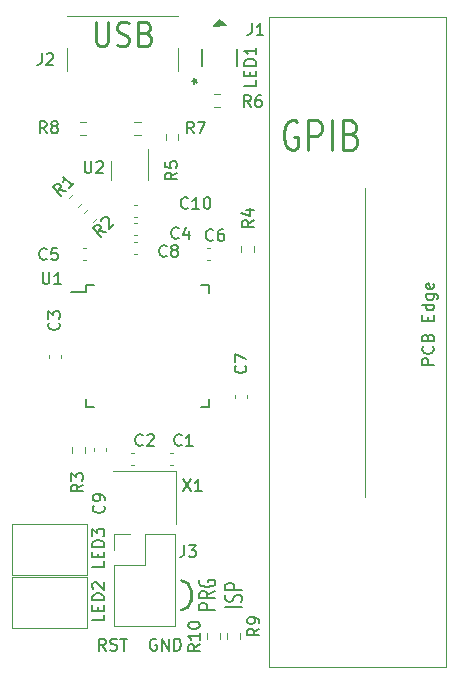
<source format=gto>
%TF.GenerationSoftware,KiCad,Pcbnew,8.0.5*%
%TF.CreationDate,2024-10-26T16:59:59+13:00*%
%TF.ProjectId,usb_gpib_v2,7573625f-6770-4696-925f-76322e6b6963,C*%
%TF.SameCoordinates,Original*%
%TF.FileFunction,Legend,Top*%
%TF.FilePolarity,Positive*%
%FSLAX46Y46*%
G04 Gerber Fmt 4.6, Leading zero omitted, Abs format (unit mm)*
G04 Created by KiCad (PCBNEW 8.0.5) date 2024-10-26 16:59:59*
%MOMM*%
%LPD*%
G01*
G04 APERTURE LIST*
%ADD10C,0.250000*%
%ADD11C,0.150000*%
%ADD12C,0.120000*%
%ADD13C,0.152400*%
G04 APERTURE END LIST*
D10*
X111861472Y-113894096D02*
G75*
G02*
X111081472Y-114674072I-779972J-4D01*
G01*
X111101472Y-112198704D02*
G75*
G02*
X111861752Y-112978704I-19972J-779996D01*
G01*
X111861728Y-112978704D02*
X111861472Y-113894096D01*
X120872619Y-73337595D02*
X120682143Y-73218547D01*
X120682143Y-73218547D02*
X120396429Y-73218547D01*
X120396429Y-73218547D02*
X120110714Y-73337595D01*
X120110714Y-73337595D02*
X119920238Y-73575690D01*
X119920238Y-73575690D02*
X119825000Y-73813785D01*
X119825000Y-73813785D02*
X119729762Y-74289976D01*
X119729762Y-74289976D02*
X119729762Y-74647119D01*
X119729762Y-74647119D02*
X119825000Y-75123309D01*
X119825000Y-75123309D02*
X119920238Y-75361404D01*
X119920238Y-75361404D02*
X120110714Y-75599500D01*
X120110714Y-75599500D02*
X120396429Y-75718547D01*
X120396429Y-75718547D02*
X120586905Y-75718547D01*
X120586905Y-75718547D02*
X120872619Y-75599500D01*
X120872619Y-75599500D02*
X120967857Y-75480452D01*
X120967857Y-75480452D02*
X120967857Y-74647119D01*
X120967857Y-74647119D02*
X120586905Y-74647119D01*
X121825000Y-75718547D02*
X121825000Y-73218547D01*
X121825000Y-73218547D02*
X122586905Y-73218547D01*
X122586905Y-73218547D02*
X122777381Y-73337595D01*
X122777381Y-73337595D02*
X122872619Y-73456642D01*
X122872619Y-73456642D02*
X122967857Y-73694738D01*
X122967857Y-73694738D02*
X122967857Y-74051880D01*
X122967857Y-74051880D02*
X122872619Y-74289976D01*
X122872619Y-74289976D02*
X122777381Y-74409023D01*
X122777381Y-74409023D02*
X122586905Y-74528071D01*
X122586905Y-74528071D02*
X121825000Y-74528071D01*
X123825000Y-75718547D02*
X123825000Y-73218547D01*
X125444048Y-74409023D02*
X125729762Y-74528071D01*
X125729762Y-74528071D02*
X125825000Y-74647119D01*
X125825000Y-74647119D02*
X125920238Y-74885214D01*
X125920238Y-74885214D02*
X125920238Y-75242357D01*
X125920238Y-75242357D02*
X125825000Y-75480452D01*
X125825000Y-75480452D02*
X125729762Y-75599500D01*
X125729762Y-75599500D02*
X125539286Y-75718547D01*
X125539286Y-75718547D02*
X124777381Y-75718547D01*
X124777381Y-75718547D02*
X124777381Y-73218547D01*
X124777381Y-73218547D02*
X125444048Y-73218547D01*
X125444048Y-73218547D02*
X125634524Y-73337595D01*
X125634524Y-73337595D02*
X125729762Y-73456642D01*
X125729762Y-73456642D02*
X125825000Y-73694738D01*
X125825000Y-73694738D02*
X125825000Y-73932833D01*
X125825000Y-73932833D02*
X125729762Y-74170928D01*
X125729762Y-74170928D02*
X125634524Y-74289976D01*
X125634524Y-74289976D02*
X125444048Y-74409023D01*
X125444048Y-74409023D02*
X124777381Y-74409023D01*
X103828571Y-64912238D02*
X103828571Y-66531285D01*
X103828571Y-66531285D02*
X103914285Y-66721761D01*
X103914285Y-66721761D02*
X104000000Y-66817000D01*
X104000000Y-66817000D02*
X104171428Y-66912238D01*
X104171428Y-66912238D02*
X104514285Y-66912238D01*
X104514285Y-66912238D02*
X104685714Y-66817000D01*
X104685714Y-66817000D02*
X104771428Y-66721761D01*
X104771428Y-66721761D02*
X104857142Y-66531285D01*
X104857142Y-66531285D02*
X104857142Y-64912238D01*
X105628571Y-66817000D02*
X105885714Y-66912238D01*
X105885714Y-66912238D02*
X106314285Y-66912238D01*
X106314285Y-66912238D02*
X106485714Y-66817000D01*
X106485714Y-66817000D02*
X106571428Y-66721761D01*
X106571428Y-66721761D02*
X106657142Y-66531285D01*
X106657142Y-66531285D02*
X106657142Y-66340809D01*
X106657142Y-66340809D02*
X106571428Y-66150333D01*
X106571428Y-66150333D02*
X106485714Y-66055095D01*
X106485714Y-66055095D02*
X106314285Y-65959857D01*
X106314285Y-65959857D02*
X105971428Y-65864619D01*
X105971428Y-65864619D02*
X105799999Y-65769380D01*
X105799999Y-65769380D02*
X105714285Y-65674142D01*
X105714285Y-65674142D02*
X105628571Y-65483666D01*
X105628571Y-65483666D02*
X105628571Y-65293190D01*
X105628571Y-65293190D02*
X105714285Y-65102714D01*
X105714285Y-65102714D02*
X105799999Y-65007476D01*
X105799999Y-65007476D02*
X105971428Y-64912238D01*
X105971428Y-64912238D02*
X106399999Y-64912238D01*
X106399999Y-64912238D02*
X106657142Y-65007476D01*
X108028571Y-65864619D02*
X108285714Y-65959857D01*
X108285714Y-65959857D02*
X108371428Y-66055095D01*
X108371428Y-66055095D02*
X108457142Y-66245571D01*
X108457142Y-66245571D02*
X108457142Y-66531285D01*
X108457142Y-66531285D02*
X108371428Y-66721761D01*
X108371428Y-66721761D02*
X108285714Y-66817000D01*
X108285714Y-66817000D02*
X108114285Y-66912238D01*
X108114285Y-66912238D02*
X107428571Y-66912238D01*
X107428571Y-66912238D02*
X107428571Y-64912238D01*
X107428571Y-64912238D02*
X108028571Y-64912238D01*
X108028571Y-64912238D02*
X108200000Y-65007476D01*
X108200000Y-65007476D02*
X108285714Y-65102714D01*
X108285714Y-65102714D02*
X108371428Y-65293190D01*
X108371428Y-65293190D02*
X108371428Y-65483666D01*
X108371428Y-65483666D02*
X108285714Y-65674142D01*
X108285714Y-65674142D02*
X108200000Y-65769380D01*
X108200000Y-65769380D02*
X108028571Y-65864619D01*
X108028571Y-65864619D02*
X107428571Y-65864619D01*
D11*
X104667207Y-118106819D02*
X104333874Y-117630628D01*
X104095779Y-118106819D02*
X104095779Y-117106819D01*
X104095779Y-117106819D02*
X104476731Y-117106819D01*
X104476731Y-117106819D02*
X104571969Y-117154438D01*
X104571969Y-117154438D02*
X104619588Y-117202057D01*
X104619588Y-117202057D02*
X104667207Y-117297295D01*
X104667207Y-117297295D02*
X104667207Y-117440152D01*
X104667207Y-117440152D02*
X104619588Y-117535390D01*
X104619588Y-117535390D02*
X104571969Y-117583009D01*
X104571969Y-117583009D02*
X104476731Y-117630628D01*
X104476731Y-117630628D02*
X104095779Y-117630628D01*
X105048160Y-118059200D02*
X105191017Y-118106819D01*
X105191017Y-118106819D02*
X105429112Y-118106819D01*
X105429112Y-118106819D02*
X105524350Y-118059200D01*
X105524350Y-118059200D02*
X105571969Y-118011580D01*
X105571969Y-118011580D02*
X105619588Y-117916342D01*
X105619588Y-117916342D02*
X105619588Y-117821104D01*
X105619588Y-117821104D02*
X105571969Y-117725866D01*
X105571969Y-117725866D02*
X105524350Y-117678247D01*
X105524350Y-117678247D02*
X105429112Y-117630628D01*
X105429112Y-117630628D02*
X105238636Y-117583009D01*
X105238636Y-117583009D02*
X105143398Y-117535390D01*
X105143398Y-117535390D02*
X105095779Y-117487771D01*
X105095779Y-117487771D02*
X105048160Y-117392533D01*
X105048160Y-117392533D02*
X105048160Y-117297295D01*
X105048160Y-117297295D02*
X105095779Y-117202057D01*
X105095779Y-117202057D02*
X105143398Y-117154438D01*
X105143398Y-117154438D02*
X105238636Y-117106819D01*
X105238636Y-117106819D02*
X105476731Y-117106819D01*
X105476731Y-117106819D02*
X105619588Y-117154438D01*
X105905303Y-117106819D02*
X106476731Y-117106819D01*
X106191017Y-118106819D02*
X106191017Y-117106819D01*
X108937588Y-117154438D02*
X108842350Y-117106819D01*
X108842350Y-117106819D02*
X108699493Y-117106819D01*
X108699493Y-117106819D02*
X108556636Y-117154438D01*
X108556636Y-117154438D02*
X108461398Y-117249676D01*
X108461398Y-117249676D02*
X108413779Y-117344914D01*
X108413779Y-117344914D02*
X108366160Y-117535390D01*
X108366160Y-117535390D02*
X108366160Y-117678247D01*
X108366160Y-117678247D02*
X108413779Y-117868723D01*
X108413779Y-117868723D02*
X108461398Y-117963961D01*
X108461398Y-117963961D02*
X108556636Y-118059200D01*
X108556636Y-118059200D02*
X108699493Y-118106819D01*
X108699493Y-118106819D02*
X108794731Y-118106819D01*
X108794731Y-118106819D02*
X108937588Y-118059200D01*
X108937588Y-118059200D02*
X108985207Y-118011580D01*
X108985207Y-118011580D02*
X108985207Y-117678247D01*
X108985207Y-117678247D02*
X108794731Y-117678247D01*
X109413779Y-118106819D02*
X109413779Y-117106819D01*
X109413779Y-117106819D02*
X109985207Y-118106819D01*
X109985207Y-118106819D02*
X109985207Y-117106819D01*
X110461398Y-118106819D02*
X110461398Y-117106819D01*
X110461398Y-117106819D02*
X110699493Y-117106819D01*
X110699493Y-117106819D02*
X110842350Y-117154438D01*
X110842350Y-117154438D02*
X110937588Y-117249676D01*
X110937588Y-117249676D02*
X110985207Y-117344914D01*
X110985207Y-117344914D02*
X111032826Y-117535390D01*
X111032826Y-117535390D02*
X111032826Y-117678247D01*
X111032826Y-117678247D02*
X110985207Y-117868723D01*
X110985207Y-117868723D02*
X110937588Y-117963961D01*
X110937588Y-117963961D02*
X110842350Y-118059200D01*
X110842350Y-118059200D02*
X110699493Y-118106819D01*
X110699493Y-118106819D02*
X110461398Y-118106819D01*
X113939905Y-114672904D02*
X112539905Y-114672904D01*
X112539905Y-114672904D02*
X112539905Y-114291952D01*
X112539905Y-114291952D02*
X112606572Y-114196714D01*
X112606572Y-114196714D02*
X112673239Y-114149095D01*
X112673239Y-114149095D02*
X112806572Y-114101476D01*
X112806572Y-114101476D02*
X113006572Y-114101476D01*
X113006572Y-114101476D02*
X113139905Y-114149095D01*
X113139905Y-114149095D02*
X113206572Y-114196714D01*
X113206572Y-114196714D02*
X113273239Y-114291952D01*
X113273239Y-114291952D02*
X113273239Y-114672904D01*
X113939905Y-113101476D02*
X113273239Y-113434809D01*
X113939905Y-113672904D02*
X112539905Y-113672904D01*
X112539905Y-113672904D02*
X112539905Y-113291952D01*
X112539905Y-113291952D02*
X112606572Y-113196714D01*
X112606572Y-113196714D02*
X112673239Y-113149095D01*
X112673239Y-113149095D02*
X112806572Y-113101476D01*
X112806572Y-113101476D02*
X113006572Y-113101476D01*
X113006572Y-113101476D02*
X113139905Y-113149095D01*
X113139905Y-113149095D02*
X113206572Y-113196714D01*
X113206572Y-113196714D02*
X113273239Y-113291952D01*
X113273239Y-113291952D02*
X113273239Y-113672904D01*
X112606572Y-112149095D02*
X112539905Y-112244333D01*
X112539905Y-112244333D02*
X112539905Y-112387190D01*
X112539905Y-112387190D02*
X112606572Y-112530047D01*
X112606572Y-112530047D02*
X112739905Y-112625285D01*
X112739905Y-112625285D02*
X112873239Y-112672904D01*
X112873239Y-112672904D02*
X113139905Y-112720523D01*
X113139905Y-112720523D02*
X113339905Y-112720523D01*
X113339905Y-112720523D02*
X113606572Y-112672904D01*
X113606572Y-112672904D02*
X113739905Y-112625285D01*
X113739905Y-112625285D02*
X113873239Y-112530047D01*
X113873239Y-112530047D02*
X113939905Y-112387190D01*
X113939905Y-112387190D02*
X113939905Y-112291952D01*
X113939905Y-112291952D02*
X113873239Y-112149095D01*
X113873239Y-112149095D02*
X113806572Y-112101476D01*
X113806572Y-112101476D02*
X113339905Y-112101476D01*
X113339905Y-112101476D02*
X113339905Y-112291952D01*
X116193827Y-114387189D02*
X114793827Y-114387189D01*
X116127161Y-113958618D02*
X116193827Y-113815761D01*
X116193827Y-113815761D02*
X116193827Y-113577666D01*
X116193827Y-113577666D02*
X116127161Y-113482428D01*
X116127161Y-113482428D02*
X116060494Y-113434809D01*
X116060494Y-113434809D02*
X115927161Y-113387190D01*
X115927161Y-113387190D02*
X115793827Y-113387190D01*
X115793827Y-113387190D02*
X115660494Y-113434809D01*
X115660494Y-113434809D02*
X115593827Y-113482428D01*
X115593827Y-113482428D02*
X115527161Y-113577666D01*
X115527161Y-113577666D02*
X115460494Y-113768142D01*
X115460494Y-113768142D02*
X115393827Y-113863380D01*
X115393827Y-113863380D02*
X115327161Y-113910999D01*
X115327161Y-113910999D02*
X115193827Y-113958618D01*
X115193827Y-113958618D02*
X115060494Y-113958618D01*
X115060494Y-113958618D02*
X114927161Y-113910999D01*
X114927161Y-113910999D02*
X114860494Y-113863380D01*
X114860494Y-113863380D02*
X114793827Y-113768142D01*
X114793827Y-113768142D02*
X114793827Y-113530047D01*
X114793827Y-113530047D02*
X114860494Y-113387190D01*
X116193827Y-112958618D02*
X114793827Y-112958618D01*
X114793827Y-112958618D02*
X114793827Y-112577666D01*
X114793827Y-112577666D02*
X114860494Y-112482428D01*
X114860494Y-112482428D02*
X114927161Y-112434809D01*
X114927161Y-112434809D02*
X115060494Y-112387190D01*
X115060494Y-112387190D02*
X115260494Y-112387190D01*
X115260494Y-112387190D02*
X115393827Y-112434809D01*
X115393827Y-112434809D02*
X115460494Y-112482428D01*
X115460494Y-112482428D02*
X115527161Y-112577666D01*
X115527161Y-112577666D02*
X115527161Y-112958618D01*
X107783333Y-100689580D02*
X107735714Y-100737200D01*
X107735714Y-100737200D02*
X107592857Y-100784819D01*
X107592857Y-100784819D02*
X107497619Y-100784819D01*
X107497619Y-100784819D02*
X107354762Y-100737200D01*
X107354762Y-100737200D02*
X107259524Y-100641961D01*
X107259524Y-100641961D02*
X107211905Y-100546723D01*
X107211905Y-100546723D02*
X107164286Y-100356247D01*
X107164286Y-100356247D02*
X107164286Y-100213390D01*
X107164286Y-100213390D02*
X107211905Y-100022914D01*
X107211905Y-100022914D02*
X107259524Y-99927676D01*
X107259524Y-99927676D02*
X107354762Y-99832438D01*
X107354762Y-99832438D02*
X107497619Y-99784819D01*
X107497619Y-99784819D02*
X107592857Y-99784819D01*
X107592857Y-99784819D02*
X107735714Y-99832438D01*
X107735714Y-99832438D02*
X107783333Y-99880057D01*
X108164286Y-99880057D02*
X108211905Y-99832438D01*
X108211905Y-99832438D02*
X108307143Y-99784819D01*
X108307143Y-99784819D02*
X108545238Y-99784819D01*
X108545238Y-99784819D02*
X108640476Y-99832438D01*
X108640476Y-99832438D02*
X108688095Y-99880057D01*
X108688095Y-99880057D02*
X108735714Y-99975295D01*
X108735714Y-99975295D02*
X108735714Y-100070533D01*
X108735714Y-100070533D02*
X108688095Y-100213390D01*
X108688095Y-100213390D02*
X108116667Y-100784819D01*
X108116667Y-100784819D02*
X108735714Y-100784819D01*
X112621219Y-117584457D02*
X112145028Y-117917790D01*
X112621219Y-118155885D02*
X111621219Y-118155885D01*
X111621219Y-118155885D02*
X111621219Y-117774933D01*
X111621219Y-117774933D02*
X111668838Y-117679695D01*
X111668838Y-117679695D02*
X111716457Y-117632076D01*
X111716457Y-117632076D02*
X111811695Y-117584457D01*
X111811695Y-117584457D02*
X111954552Y-117584457D01*
X111954552Y-117584457D02*
X112049790Y-117632076D01*
X112049790Y-117632076D02*
X112097409Y-117679695D01*
X112097409Y-117679695D02*
X112145028Y-117774933D01*
X112145028Y-117774933D02*
X112145028Y-118155885D01*
X112621219Y-116632076D02*
X112621219Y-117203504D01*
X112621219Y-116917790D02*
X111621219Y-116917790D01*
X111621219Y-116917790D02*
X111764076Y-117013028D01*
X111764076Y-117013028D02*
X111859314Y-117108266D01*
X111859314Y-117108266D02*
X111906933Y-117203504D01*
X111621219Y-116013028D02*
X111621219Y-115917790D01*
X111621219Y-115917790D02*
X111668838Y-115822552D01*
X111668838Y-115822552D02*
X111716457Y-115774933D01*
X111716457Y-115774933D02*
X111811695Y-115727314D01*
X111811695Y-115727314D02*
X112002171Y-115679695D01*
X112002171Y-115679695D02*
X112240266Y-115679695D01*
X112240266Y-115679695D02*
X112430742Y-115727314D01*
X112430742Y-115727314D02*
X112525980Y-115774933D01*
X112525980Y-115774933D02*
X112573600Y-115822552D01*
X112573600Y-115822552D02*
X112621219Y-115917790D01*
X112621219Y-115917790D02*
X112621219Y-116013028D01*
X112621219Y-116013028D02*
X112573600Y-116108266D01*
X112573600Y-116108266D02*
X112525980Y-116155885D01*
X112525980Y-116155885D02*
X112430742Y-116203504D01*
X112430742Y-116203504D02*
X112240266Y-116251123D01*
X112240266Y-116251123D02*
X112002171Y-116251123D01*
X112002171Y-116251123D02*
X111811695Y-116203504D01*
X111811695Y-116203504D02*
X111716457Y-116155885D01*
X111716457Y-116155885D02*
X111668838Y-116108266D01*
X111668838Y-116108266D02*
X111621219Y-116013028D01*
X113758333Y-83334580D02*
X113710714Y-83382200D01*
X113710714Y-83382200D02*
X113567857Y-83429819D01*
X113567857Y-83429819D02*
X113472619Y-83429819D01*
X113472619Y-83429819D02*
X113329762Y-83382200D01*
X113329762Y-83382200D02*
X113234524Y-83286961D01*
X113234524Y-83286961D02*
X113186905Y-83191723D01*
X113186905Y-83191723D02*
X113139286Y-83001247D01*
X113139286Y-83001247D02*
X113139286Y-82858390D01*
X113139286Y-82858390D02*
X113186905Y-82667914D01*
X113186905Y-82667914D02*
X113234524Y-82572676D01*
X113234524Y-82572676D02*
X113329762Y-82477438D01*
X113329762Y-82477438D02*
X113472619Y-82429819D01*
X113472619Y-82429819D02*
X113567857Y-82429819D01*
X113567857Y-82429819D02*
X113710714Y-82477438D01*
X113710714Y-82477438D02*
X113758333Y-82525057D01*
X114615476Y-82429819D02*
X114425000Y-82429819D01*
X114425000Y-82429819D02*
X114329762Y-82477438D01*
X114329762Y-82477438D02*
X114282143Y-82525057D01*
X114282143Y-82525057D02*
X114186905Y-82667914D01*
X114186905Y-82667914D02*
X114139286Y-82858390D01*
X114139286Y-82858390D02*
X114139286Y-83239342D01*
X114139286Y-83239342D02*
X114186905Y-83334580D01*
X114186905Y-83334580D02*
X114234524Y-83382200D01*
X114234524Y-83382200D02*
X114329762Y-83429819D01*
X114329762Y-83429819D02*
X114520238Y-83429819D01*
X114520238Y-83429819D02*
X114615476Y-83382200D01*
X114615476Y-83382200D02*
X114663095Y-83334580D01*
X114663095Y-83334580D02*
X114710714Y-83239342D01*
X114710714Y-83239342D02*
X114710714Y-83001247D01*
X114710714Y-83001247D02*
X114663095Y-82906009D01*
X114663095Y-82906009D02*
X114615476Y-82858390D01*
X114615476Y-82858390D02*
X114520238Y-82810771D01*
X114520238Y-82810771D02*
X114329762Y-82810771D01*
X114329762Y-82810771D02*
X114234524Y-82858390D01*
X114234524Y-82858390D02*
X114186905Y-82906009D01*
X114186905Y-82906009D02*
X114139286Y-83001247D01*
X112101333Y-74328819D02*
X111768000Y-73852628D01*
X111529905Y-74328819D02*
X111529905Y-73328819D01*
X111529905Y-73328819D02*
X111910857Y-73328819D01*
X111910857Y-73328819D02*
X112006095Y-73376438D01*
X112006095Y-73376438D02*
X112053714Y-73424057D01*
X112053714Y-73424057D02*
X112101333Y-73519295D01*
X112101333Y-73519295D02*
X112101333Y-73662152D01*
X112101333Y-73662152D02*
X112053714Y-73757390D01*
X112053714Y-73757390D02*
X112006095Y-73805009D01*
X112006095Y-73805009D02*
X111910857Y-73852628D01*
X111910857Y-73852628D02*
X111529905Y-73852628D01*
X112434667Y-73328819D02*
X113101333Y-73328819D01*
X113101333Y-73328819D02*
X112672762Y-74328819D01*
X99655333Y-74303819D02*
X99322000Y-73827628D01*
X99083905Y-74303819D02*
X99083905Y-73303819D01*
X99083905Y-73303819D02*
X99464857Y-73303819D01*
X99464857Y-73303819D02*
X99560095Y-73351438D01*
X99560095Y-73351438D02*
X99607714Y-73399057D01*
X99607714Y-73399057D02*
X99655333Y-73494295D01*
X99655333Y-73494295D02*
X99655333Y-73637152D01*
X99655333Y-73637152D02*
X99607714Y-73732390D01*
X99607714Y-73732390D02*
X99560095Y-73780009D01*
X99560095Y-73780009D02*
X99464857Y-73827628D01*
X99464857Y-73827628D02*
X99083905Y-73827628D01*
X100226762Y-73732390D02*
X100131524Y-73684771D01*
X100131524Y-73684771D02*
X100083905Y-73637152D01*
X100083905Y-73637152D02*
X100036286Y-73541914D01*
X100036286Y-73541914D02*
X100036286Y-73494295D01*
X100036286Y-73494295D02*
X100083905Y-73399057D01*
X100083905Y-73399057D02*
X100131524Y-73351438D01*
X100131524Y-73351438D02*
X100226762Y-73303819D01*
X100226762Y-73303819D02*
X100417238Y-73303819D01*
X100417238Y-73303819D02*
X100512476Y-73351438D01*
X100512476Y-73351438D02*
X100560095Y-73399057D01*
X100560095Y-73399057D02*
X100607714Y-73494295D01*
X100607714Y-73494295D02*
X100607714Y-73541914D01*
X100607714Y-73541914D02*
X100560095Y-73637152D01*
X100560095Y-73637152D02*
X100512476Y-73684771D01*
X100512476Y-73684771D02*
X100417238Y-73732390D01*
X100417238Y-73732390D02*
X100226762Y-73732390D01*
X100226762Y-73732390D02*
X100131524Y-73780009D01*
X100131524Y-73780009D02*
X100083905Y-73827628D01*
X100083905Y-73827628D02*
X100036286Y-73922866D01*
X100036286Y-73922866D02*
X100036286Y-74113342D01*
X100036286Y-74113342D02*
X100083905Y-74208580D01*
X100083905Y-74208580D02*
X100131524Y-74256200D01*
X100131524Y-74256200D02*
X100226762Y-74303819D01*
X100226762Y-74303819D02*
X100417238Y-74303819D01*
X100417238Y-74303819D02*
X100512476Y-74256200D01*
X100512476Y-74256200D02*
X100560095Y-74208580D01*
X100560095Y-74208580D02*
X100607714Y-74113342D01*
X100607714Y-74113342D02*
X100607714Y-73922866D01*
X100607714Y-73922866D02*
X100560095Y-73827628D01*
X100560095Y-73827628D02*
X100512476Y-73780009D01*
X100512476Y-73780009D02*
X100417238Y-73732390D01*
X117650419Y-116244666D02*
X117174228Y-116577999D01*
X117650419Y-116816094D02*
X116650419Y-116816094D01*
X116650419Y-116816094D02*
X116650419Y-116435142D01*
X116650419Y-116435142D02*
X116698038Y-116339904D01*
X116698038Y-116339904D02*
X116745657Y-116292285D01*
X116745657Y-116292285D02*
X116840895Y-116244666D01*
X116840895Y-116244666D02*
X116983752Y-116244666D01*
X116983752Y-116244666D02*
X117078990Y-116292285D01*
X117078990Y-116292285D02*
X117126609Y-116339904D01*
X117126609Y-116339904D02*
X117174228Y-116435142D01*
X117174228Y-116435142D02*
X117174228Y-116816094D01*
X117650419Y-115768475D02*
X117650419Y-115577999D01*
X117650419Y-115577999D02*
X117602800Y-115482761D01*
X117602800Y-115482761D02*
X117555180Y-115435142D01*
X117555180Y-115435142D02*
X117412323Y-115339904D01*
X117412323Y-115339904D02*
X117221847Y-115292285D01*
X117221847Y-115292285D02*
X116840895Y-115292285D01*
X116840895Y-115292285D02*
X116745657Y-115339904D01*
X116745657Y-115339904D02*
X116698038Y-115387523D01*
X116698038Y-115387523D02*
X116650419Y-115482761D01*
X116650419Y-115482761D02*
X116650419Y-115673237D01*
X116650419Y-115673237D02*
X116698038Y-115768475D01*
X116698038Y-115768475D02*
X116745657Y-115816094D01*
X116745657Y-115816094D02*
X116840895Y-115863713D01*
X116840895Y-115863713D02*
X117078990Y-115863713D01*
X117078990Y-115863713D02*
X117174228Y-115816094D01*
X117174228Y-115816094D02*
X117221847Y-115768475D01*
X117221847Y-115768475D02*
X117269466Y-115673237D01*
X117269466Y-115673237D02*
X117269466Y-115482761D01*
X117269466Y-115482761D02*
X117221847Y-115387523D01*
X117221847Y-115387523D02*
X117174228Y-115339904D01*
X117174228Y-115339904D02*
X117078990Y-115292285D01*
X99655333Y-84941580D02*
X99607714Y-84989200D01*
X99607714Y-84989200D02*
X99464857Y-85036819D01*
X99464857Y-85036819D02*
X99369619Y-85036819D01*
X99369619Y-85036819D02*
X99226762Y-84989200D01*
X99226762Y-84989200D02*
X99131524Y-84893961D01*
X99131524Y-84893961D02*
X99083905Y-84798723D01*
X99083905Y-84798723D02*
X99036286Y-84608247D01*
X99036286Y-84608247D02*
X99036286Y-84465390D01*
X99036286Y-84465390D02*
X99083905Y-84274914D01*
X99083905Y-84274914D02*
X99131524Y-84179676D01*
X99131524Y-84179676D02*
X99226762Y-84084438D01*
X99226762Y-84084438D02*
X99369619Y-84036819D01*
X99369619Y-84036819D02*
X99464857Y-84036819D01*
X99464857Y-84036819D02*
X99607714Y-84084438D01*
X99607714Y-84084438D02*
X99655333Y-84132057D01*
X100560095Y-84036819D02*
X100083905Y-84036819D01*
X100083905Y-84036819D02*
X100036286Y-84513009D01*
X100036286Y-84513009D02*
X100083905Y-84465390D01*
X100083905Y-84465390D02*
X100179143Y-84417771D01*
X100179143Y-84417771D02*
X100417238Y-84417771D01*
X100417238Y-84417771D02*
X100512476Y-84465390D01*
X100512476Y-84465390D02*
X100560095Y-84513009D01*
X100560095Y-84513009D02*
X100607714Y-84608247D01*
X100607714Y-84608247D02*
X100607714Y-84846342D01*
X100607714Y-84846342D02*
X100560095Y-84941580D01*
X100560095Y-84941580D02*
X100512476Y-84989200D01*
X100512476Y-84989200D02*
X100417238Y-85036819D01*
X100417238Y-85036819D02*
X100179143Y-85036819D01*
X100179143Y-85036819D02*
X100083905Y-84989200D01*
X100083905Y-84989200D02*
X100036286Y-84941580D01*
X101295754Y-79179456D02*
X100723335Y-79078441D01*
X100891693Y-79583517D02*
X100184587Y-78876410D01*
X100184587Y-78876410D02*
X100453961Y-78607036D01*
X100453961Y-78607036D02*
X100554976Y-78573364D01*
X100554976Y-78573364D02*
X100622319Y-78573364D01*
X100622319Y-78573364D02*
X100723335Y-78607036D01*
X100723335Y-78607036D02*
X100824350Y-78708051D01*
X100824350Y-78708051D02*
X100858022Y-78809067D01*
X100858022Y-78809067D02*
X100858022Y-78876410D01*
X100858022Y-78876410D02*
X100824350Y-78977425D01*
X100824350Y-78977425D02*
X100554976Y-79246799D01*
X101969189Y-78506021D02*
X101565128Y-78910082D01*
X101767159Y-78708051D02*
X101060052Y-78000945D01*
X101060052Y-78000945D02*
X101093724Y-78169303D01*
X101093724Y-78169303D02*
X101093724Y-78303990D01*
X101093724Y-78303990D02*
X101060052Y-78405006D01*
X99314095Y-86068819D02*
X99314095Y-86878342D01*
X99314095Y-86878342D02*
X99361714Y-86973580D01*
X99361714Y-86973580D02*
X99409333Y-87021200D01*
X99409333Y-87021200D02*
X99504571Y-87068819D01*
X99504571Y-87068819D02*
X99695047Y-87068819D01*
X99695047Y-87068819D02*
X99790285Y-87021200D01*
X99790285Y-87021200D02*
X99837904Y-86973580D01*
X99837904Y-86973580D02*
X99885523Y-86878342D01*
X99885523Y-86878342D02*
X99885523Y-86068819D01*
X100885523Y-87068819D02*
X100314095Y-87068819D01*
X100599809Y-87068819D02*
X100599809Y-86068819D01*
X100599809Y-86068819D02*
X100504571Y-86211676D01*
X100504571Y-86211676D02*
X100409333Y-86306914D01*
X100409333Y-86306914D02*
X100314095Y-86354533D01*
X104526819Y-115085047D02*
X104526819Y-115561237D01*
X104526819Y-115561237D02*
X103526819Y-115561237D01*
X104003009Y-114751713D02*
X104003009Y-114418380D01*
X104526819Y-114275523D02*
X104526819Y-114751713D01*
X104526819Y-114751713D02*
X103526819Y-114751713D01*
X103526819Y-114751713D02*
X103526819Y-114275523D01*
X104526819Y-113846951D02*
X103526819Y-113846951D01*
X103526819Y-113846951D02*
X103526819Y-113608856D01*
X103526819Y-113608856D02*
X103574438Y-113465999D01*
X103574438Y-113465999D02*
X103669676Y-113370761D01*
X103669676Y-113370761D02*
X103764914Y-113323142D01*
X103764914Y-113323142D02*
X103955390Y-113275523D01*
X103955390Y-113275523D02*
X104098247Y-113275523D01*
X104098247Y-113275523D02*
X104288723Y-113323142D01*
X104288723Y-113323142D02*
X104383961Y-113370761D01*
X104383961Y-113370761D02*
X104479200Y-113465999D01*
X104479200Y-113465999D02*
X104526819Y-113608856D01*
X104526819Y-113608856D02*
X104526819Y-113846951D01*
X103622057Y-112894570D02*
X103574438Y-112846951D01*
X103574438Y-112846951D02*
X103526819Y-112751713D01*
X103526819Y-112751713D02*
X103526819Y-112513618D01*
X103526819Y-112513618D02*
X103574438Y-112418380D01*
X103574438Y-112418380D02*
X103622057Y-112370761D01*
X103622057Y-112370761D02*
X103717295Y-112323142D01*
X103717295Y-112323142D02*
X103812533Y-112323142D01*
X103812533Y-112323142D02*
X103955390Y-112370761D01*
X103955390Y-112370761D02*
X104526819Y-112942189D01*
X104526819Y-112942189D02*
X104526819Y-112323142D01*
X110831333Y-83163580D02*
X110783714Y-83211200D01*
X110783714Y-83211200D02*
X110640857Y-83258819D01*
X110640857Y-83258819D02*
X110545619Y-83258819D01*
X110545619Y-83258819D02*
X110402762Y-83211200D01*
X110402762Y-83211200D02*
X110307524Y-83115961D01*
X110307524Y-83115961D02*
X110259905Y-83020723D01*
X110259905Y-83020723D02*
X110212286Y-82830247D01*
X110212286Y-82830247D02*
X110212286Y-82687390D01*
X110212286Y-82687390D02*
X110259905Y-82496914D01*
X110259905Y-82496914D02*
X110307524Y-82401676D01*
X110307524Y-82401676D02*
X110402762Y-82306438D01*
X110402762Y-82306438D02*
X110545619Y-82258819D01*
X110545619Y-82258819D02*
X110640857Y-82258819D01*
X110640857Y-82258819D02*
X110783714Y-82306438D01*
X110783714Y-82306438D02*
X110831333Y-82354057D01*
X111688476Y-82592152D02*
X111688476Y-83258819D01*
X111450381Y-82211200D02*
X111212286Y-82925485D01*
X111212286Y-82925485D02*
X111831333Y-82925485D01*
X104671754Y-82654456D02*
X104099335Y-82553441D01*
X104267693Y-83058517D02*
X103560587Y-82351410D01*
X103560587Y-82351410D02*
X103829961Y-82082036D01*
X103829961Y-82082036D02*
X103930976Y-82048364D01*
X103930976Y-82048364D02*
X103998319Y-82048364D01*
X103998319Y-82048364D02*
X104099335Y-82082036D01*
X104099335Y-82082036D02*
X104200350Y-82183051D01*
X104200350Y-82183051D02*
X104234022Y-82284067D01*
X104234022Y-82284067D02*
X104234022Y-82351410D01*
X104234022Y-82351410D02*
X104200350Y-82452425D01*
X104200350Y-82452425D02*
X103930976Y-82721799D01*
X104301365Y-81745319D02*
X104301365Y-81677975D01*
X104301365Y-81677975D02*
X104335037Y-81576960D01*
X104335037Y-81576960D02*
X104503396Y-81408601D01*
X104503396Y-81408601D02*
X104604411Y-81374929D01*
X104604411Y-81374929D02*
X104671754Y-81374929D01*
X104671754Y-81374929D02*
X104772770Y-81408601D01*
X104772770Y-81408601D02*
X104840113Y-81475945D01*
X104840113Y-81475945D02*
X104907457Y-81610632D01*
X104907457Y-81610632D02*
X104907457Y-82418754D01*
X104907457Y-82418754D02*
X105345189Y-81981021D01*
X109815333Y-84687580D02*
X109767714Y-84735200D01*
X109767714Y-84735200D02*
X109624857Y-84782819D01*
X109624857Y-84782819D02*
X109529619Y-84782819D01*
X109529619Y-84782819D02*
X109386762Y-84735200D01*
X109386762Y-84735200D02*
X109291524Y-84639961D01*
X109291524Y-84639961D02*
X109243905Y-84544723D01*
X109243905Y-84544723D02*
X109196286Y-84354247D01*
X109196286Y-84354247D02*
X109196286Y-84211390D01*
X109196286Y-84211390D02*
X109243905Y-84020914D01*
X109243905Y-84020914D02*
X109291524Y-83925676D01*
X109291524Y-83925676D02*
X109386762Y-83830438D01*
X109386762Y-83830438D02*
X109529619Y-83782819D01*
X109529619Y-83782819D02*
X109624857Y-83782819D01*
X109624857Y-83782819D02*
X109767714Y-83830438D01*
X109767714Y-83830438D02*
X109815333Y-83878057D01*
X110386762Y-84211390D02*
X110291524Y-84163771D01*
X110291524Y-84163771D02*
X110243905Y-84116152D01*
X110243905Y-84116152D02*
X110196286Y-84020914D01*
X110196286Y-84020914D02*
X110196286Y-83973295D01*
X110196286Y-83973295D02*
X110243905Y-83878057D01*
X110243905Y-83878057D02*
X110291524Y-83830438D01*
X110291524Y-83830438D02*
X110386762Y-83782819D01*
X110386762Y-83782819D02*
X110577238Y-83782819D01*
X110577238Y-83782819D02*
X110672476Y-83830438D01*
X110672476Y-83830438D02*
X110720095Y-83878057D01*
X110720095Y-83878057D02*
X110767714Y-83973295D01*
X110767714Y-83973295D02*
X110767714Y-84020914D01*
X110767714Y-84020914D02*
X110720095Y-84116152D01*
X110720095Y-84116152D02*
X110672476Y-84163771D01*
X110672476Y-84163771D02*
X110577238Y-84211390D01*
X110577238Y-84211390D02*
X110386762Y-84211390D01*
X110386762Y-84211390D02*
X110291524Y-84259009D01*
X110291524Y-84259009D02*
X110243905Y-84306628D01*
X110243905Y-84306628D02*
X110196286Y-84401866D01*
X110196286Y-84401866D02*
X110196286Y-84592342D01*
X110196286Y-84592342D02*
X110243905Y-84687580D01*
X110243905Y-84687580D02*
X110291524Y-84735200D01*
X110291524Y-84735200D02*
X110386762Y-84782819D01*
X110386762Y-84782819D02*
X110577238Y-84782819D01*
X110577238Y-84782819D02*
X110672476Y-84735200D01*
X110672476Y-84735200D02*
X110720095Y-84687580D01*
X110720095Y-84687580D02*
X110767714Y-84592342D01*
X110767714Y-84592342D02*
X110767714Y-84401866D01*
X110767714Y-84401866D02*
X110720095Y-84306628D01*
X110720095Y-84306628D02*
X110672476Y-84259009D01*
X110672476Y-84259009D02*
X110577238Y-84211390D01*
X116933333Y-72079819D02*
X116600000Y-71603628D01*
X116361905Y-72079819D02*
X116361905Y-71079819D01*
X116361905Y-71079819D02*
X116742857Y-71079819D01*
X116742857Y-71079819D02*
X116838095Y-71127438D01*
X116838095Y-71127438D02*
X116885714Y-71175057D01*
X116885714Y-71175057D02*
X116933333Y-71270295D01*
X116933333Y-71270295D02*
X116933333Y-71413152D01*
X116933333Y-71413152D02*
X116885714Y-71508390D01*
X116885714Y-71508390D02*
X116838095Y-71556009D01*
X116838095Y-71556009D02*
X116742857Y-71603628D01*
X116742857Y-71603628D02*
X116361905Y-71603628D01*
X117790476Y-71079819D02*
X117600000Y-71079819D01*
X117600000Y-71079819D02*
X117504762Y-71127438D01*
X117504762Y-71127438D02*
X117457143Y-71175057D01*
X117457143Y-71175057D02*
X117361905Y-71317914D01*
X117361905Y-71317914D02*
X117314286Y-71508390D01*
X117314286Y-71508390D02*
X117314286Y-71889342D01*
X117314286Y-71889342D02*
X117361905Y-71984580D01*
X117361905Y-71984580D02*
X117409524Y-72032200D01*
X117409524Y-72032200D02*
X117504762Y-72079819D01*
X117504762Y-72079819D02*
X117695238Y-72079819D01*
X117695238Y-72079819D02*
X117790476Y-72032200D01*
X117790476Y-72032200D02*
X117838095Y-71984580D01*
X117838095Y-71984580D02*
X117885714Y-71889342D01*
X117885714Y-71889342D02*
X117885714Y-71651247D01*
X117885714Y-71651247D02*
X117838095Y-71556009D01*
X117838095Y-71556009D02*
X117790476Y-71508390D01*
X117790476Y-71508390D02*
X117695238Y-71460771D01*
X117695238Y-71460771D02*
X117504762Y-71460771D01*
X117504762Y-71460771D02*
X117409524Y-71508390D01*
X117409524Y-71508390D02*
X117361905Y-71556009D01*
X117361905Y-71556009D02*
X117314286Y-71651247D01*
X99234666Y-67526819D02*
X99234666Y-68241104D01*
X99234666Y-68241104D02*
X99187047Y-68383961D01*
X99187047Y-68383961D02*
X99091809Y-68479200D01*
X99091809Y-68479200D02*
X98948952Y-68526819D01*
X98948952Y-68526819D02*
X98853714Y-68526819D01*
X99663238Y-67622057D02*
X99710857Y-67574438D01*
X99710857Y-67574438D02*
X99806095Y-67526819D01*
X99806095Y-67526819D02*
X100044190Y-67526819D01*
X100044190Y-67526819D02*
X100139428Y-67574438D01*
X100139428Y-67574438D02*
X100187047Y-67622057D01*
X100187047Y-67622057D02*
X100234666Y-67717295D01*
X100234666Y-67717295D02*
X100234666Y-67812533D01*
X100234666Y-67812533D02*
X100187047Y-67955390D01*
X100187047Y-67955390D02*
X99615619Y-68526819D01*
X99615619Y-68526819D02*
X100234666Y-68526819D01*
X104526819Y-110559047D02*
X104526819Y-111035237D01*
X104526819Y-111035237D02*
X103526819Y-111035237D01*
X104003009Y-110225713D02*
X104003009Y-109892380D01*
X104526819Y-109749523D02*
X104526819Y-110225713D01*
X104526819Y-110225713D02*
X103526819Y-110225713D01*
X103526819Y-110225713D02*
X103526819Y-109749523D01*
X104526819Y-109320951D02*
X103526819Y-109320951D01*
X103526819Y-109320951D02*
X103526819Y-109082856D01*
X103526819Y-109082856D02*
X103574438Y-108939999D01*
X103574438Y-108939999D02*
X103669676Y-108844761D01*
X103669676Y-108844761D02*
X103764914Y-108797142D01*
X103764914Y-108797142D02*
X103955390Y-108749523D01*
X103955390Y-108749523D02*
X104098247Y-108749523D01*
X104098247Y-108749523D02*
X104288723Y-108797142D01*
X104288723Y-108797142D02*
X104383961Y-108844761D01*
X104383961Y-108844761D02*
X104479200Y-108939999D01*
X104479200Y-108939999D02*
X104526819Y-109082856D01*
X104526819Y-109082856D02*
X104526819Y-109320951D01*
X103526819Y-108416189D02*
X103526819Y-107797142D01*
X103526819Y-107797142D02*
X103907771Y-108130475D01*
X103907771Y-108130475D02*
X103907771Y-107987618D01*
X103907771Y-107987618D02*
X103955390Y-107892380D01*
X103955390Y-107892380D02*
X104003009Y-107844761D01*
X104003009Y-107844761D02*
X104098247Y-107797142D01*
X104098247Y-107797142D02*
X104336342Y-107797142D01*
X104336342Y-107797142D02*
X104431580Y-107844761D01*
X104431580Y-107844761D02*
X104479200Y-107892380D01*
X104479200Y-107892380D02*
X104526819Y-107987618D01*
X104526819Y-107987618D02*
X104526819Y-108273332D01*
X104526819Y-108273332D02*
X104479200Y-108368570D01*
X104479200Y-108368570D02*
X104431580Y-108416189D01*
X117014666Y-64986819D02*
X117014666Y-65701104D01*
X117014666Y-65701104D02*
X116967047Y-65843961D01*
X116967047Y-65843961D02*
X116871809Y-65939200D01*
X116871809Y-65939200D02*
X116728952Y-65986819D01*
X116728952Y-65986819D02*
X116633714Y-65986819D01*
X118014666Y-65986819D02*
X117443238Y-65986819D01*
X117728952Y-65986819D02*
X117728952Y-64986819D01*
X117728952Y-64986819D02*
X117633714Y-65129676D01*
X117633714Y-65129676D02*
X117538476Y-65224914D01*
X117538476Y-65224914D02*
X117443238Y-65272533D01*
X132454819Y-93928571D02*
X131454819Y-93928571D01*
X131454819Y-93928571D02*
X131454819Y-93547619D01*
X131454819Y-93547619D02*
X131502438Y-93452381D01*
X131502438Y-93452381D02*
X131550057Y-93404762D01*
X131550057Y-93404762D02*
X131645295Y-93357143D01*
X131645295Y-93357143D02*
X131788152Y-93357143D01*
X131788152Y-93357143D02*
X131883390Y-93404762D01*
X131883390Y-93404762D02*
X131931009Y-93452381D01*
X131931009Y-93452381D02*
X131978628Y-93547619D01*
X131978628Y-93547619D02*
X131978628Y-93928571D01*
X132359580Y-92357143D02*
X132407200Y-92404762D01*
X132407200Y-92404762D02*
X132454819Y-92547619D01*
X132454819Y-92547619D02*
X132454819Y-92642857D01*
X132454819Y-92642857D02*
X132407200Y-92785714D01*
X132407200Y-92785714D02*
X132311961Y-92880952D01*
X132311961Y-92880952D02*
X132216723Y-92928571D01*
X132216723Y-92928571D02*
X132026247Y-92976190D01*
X132026247Y-92976190D02*
X131883390Y-92976190D01*
X131883390Y-92976190D02*
X131692914Y-92928571D01*
X131692914Y-92928571D02*
X131597676Y-92880952D01*
X131597676Y-92880952D02*
X131502438Y-92785714D01*
X131502438Y-92785714D02*
X131454819Y-92642857D01*
X131454819Y-92642857D02*
X131454819Y-92547619D01*
X131454819Y-92547619D02*
X131502438Y-92404762D01*
X131502438Y-92404762D02*
X131550057Y-92357143D01*
X131931009Y-91595238D02*
X131978628Y-91452381D01*
X131978628Y-91452381D02*
X132026247Y-91404762D01*
X132026247Y-91404762D02*
X132121485Y-91357143D01*
X132121485Y-91357143D02*
X132264342Y-91357143D01*
X132264342Y-91357143D02*
X132359580Y-91404762D01*
X132359580Y-91404762D02*
X132407200Y-91452381D01*
X132407200Y-91452381D02*
X132454819Y-91547619D01*
X132454819Y-91547619D02*
X132454819Y-91928571D01*
X132454819Y-91928571D02*
X131454819Y-91928571D01*
X131454819Y-91928571D02*
X131454819Y-91595238D01*
X131454819Y-91595238D02*
X131502438Y-91500000D01*
X131502438Y-91500000D02*
X131550057Y-91452381D01*
X131550057Y-91452381D02*
X131645295Y-91404762D01*
X131645295Y-91404762D02*
X131740533Y-91404762D01*
X131740533Y-91404762D02*
X131835771Y-91452381D01*
X131835771Y-91452381D02*
X131883390Y-91500000D01*
X131883390Y-91500000D02*
X131931009Y-91595238D01*
X131931009Y-91595238D02*
X131931009Y-91928571D01*
X131931009Y-90166666D02*
X131931009Y-89833333D01*
X132454819Y-89690476D02*
X132454819Y-90166666D01*
X132454819Y-90166666D02*
X131454819Y-90166666D01*
X131454819Y-90166666D02*
X131454819Y-89690476D01*
X132454819Y-88833333D02*
X131454819Y-88833333D01*
X132407200Y-88833333D02*
X132454819Y-88928571D01*
X132454819Y-88928571D02*
X132454819Y-89119047D01*
X132454819Y-89119047D02*
X132407200Y-89214285D01*
X132407200Y-89214285D02*
X132359580Y-89261904D01*
X132359580Y-89261904D02*
X132264342Y-89309523D01*
X132264342Y-89309523D02*
X131978628Y-89309523D01*
X131978628Y-89309523D02*
X131883390Y-89261904D01*
X131883390Y-89261904D02*
X131835771Y-89214285D01*
X131835771Y-89214285D02*
X131788152Y-89119047D01*
X131788152Y-89119047D02*
X131788152Y-88928571D01*
X131788152Y-88928571D02*
X131835771Y-88833333D01*
X131788152Y-87928571D02*
X132597676Y-87928571D01*
X132597676Y-87928571D02*
X132692914Y-87976190D01*
X132692914Y-87976190D02*
X132740533Y-88023809D01*
X132740533Y-88023809D02*
X132788152Y-88119047D01*
X132788152Y-88119047D02*
X132788152Y-88261904D01*
X132788152Y-88261904D02*
X132740533Y-88357142D01*
X132407200Y-87928571D02*
X132454819Y-88023809D01*
X132454819Y-88023809D02*
X132454819Y-88214285D01*
X132454819Y-88214285D02*
X132407200Y-88309523D01*
X132407200Y-88309523D02*
X132359580Y-88357142D01*
X132359580Y-88357142D02*
X132264342Y-88404761D01*
X132264342Y-88404761D02*
X131978628Y-88404761D01*
X131978628Y-88404761D02*
X131883390Y-88357142D01*
X131883390Y-88357142D02*
X131835771Y-88309523D01*
X131835771Y-88309523D02*
X131788152Y-88214285D01*
X131788152Y-88214285D02*
X131788152Y-88023809D01*
X131788152Y-88023809D02*
X131835771Y-87928571D01*
X132407200Y-87071428D02*
X132454819Y-87166666D01*
X132454819Y-87166666D02*
X132454819Y-87357142D01*
X132454819Y-87357142D02*
X132407200Y-87452380D01*
X132407200Y-87452380D02*
X132311961Y-87499999D01*
X132311961Y-87499999D02*
X131931009Y-87499999D01*
X131931009Y-87499999D02*
X131835771Y-87452380D01*
X131835771Y-87452380D02*
X131788152Y-87357142D01*
X131788152Y-87357142D02*
X131788152Y-87166666D01*
X131788152Y-87166666D02*
X131835771Y-87071428D01*
X131835771Y-87071428D02*
X131931009Y-87023809D01*
X131931009Y-87023809D02*
X132026247Y-87023809D01*
X132026247Y-87023809D02*
X132121485Y-87499999D01*
X116477580Y-93976666D02*
X116525200Y-94024285D01*
X116525200Y-94024285D02*
X116572819Y-94167142D01*
X116572819Y-94167142D02*
X116572819Y-94262380D01*
X116572819Y-94262380D02*
X116525200Y-94405237D01*
X116525200Y-94405237D02*
X116429961Y-94500475D01*
X116429961Y-94500475D02*
X116334723Y-94548094D01*
X116334723Y-94548094D02*
X116144247Y-94595713D01*
X116144247Y-94595713D02*
X116001390Y-94595713D01*
X116001390Y-94595713D02*
X115810914Y-94548094D01*
X115810914Y-94548094D02*
X115715676Y-94500475D01*
X115715676Y-94500475D02*
X115620438Y-94405237D01*
X115620438Y-94405237D02*
X115572819Y-94262380D01*
X115572819Y-94262380D02*
X115572819Y-94167142D01*
X115572819Y-94167142D02*
X115620438Y-94024285D01*
X115620438Y-94024285D02*
X115668057Y-93976666D01*
X115572819Y-93643332D02*
X115572819Y-92976666D01*
X115572819Y-92976666D02*
X116572819Y-93405237D01*
X111085333Y-100689580D02*
X111037714Y-100737200D01*
X111037714Y-100737200D02*
X110894857Y-100784819D01*
X110894857Y-100784819D02*
X110799619Y-100784819D01*
X110799619Y-100784819D02*
X110656762Y-100737200D01*
X110656762Y-100737200D02*
X110561524Y-100641961D01*
X110561524Y-100641961D02*
X110513905Y-100546723D01*
X110513905Y-100546723D02*
X110466286Y-100356247D01*
X110466286Y-100356247D02*
X110466286Y-100213390D01*
X110466286Y-100213390D02*
X110513905Y-100022914D01*
X110513905Y-100022914D02*
X110561524Y-99927676D01*
X110561524Y-99927676D02*
X110656762Y-99832438D01*
X110656762Y-99832438D02*
X110799619Y-99784819D01*
X110799619Y-99784819D02*
X110894857Y-99784819D01*
X110894857Y-99784819D02*
X111037714Y-99832438D01*
X111037714Y-99832438D02*
X111085333Y-99880057D01*
X112037714Y-100784819D02*
X111466286Y-100784819D01*
X111752000Y-100784819D02*
X111752000Y-99784819D01*
X111752000Y-99784819D02*
X111656762Y-99927676D01*
X111656762Y-99927676D02*
X111561524Y-100022914D01*
X111561524Y-100022914D02*
X111466286Y-100070533D01*
X117394819Y-69826047D02*
X117394819Y-70302237D01*
X117394819Y-70302237D02*
X116394819Y-70302237D01*
X116871009Y-69492713D02*
X116871009Y-69159380D01*
X117394819Y-69016523D02*
X117394819Y-69492713D01*
X117394819Y-69492713D02*
X116394819Y-69492713D01*
X116394819Y-69492713D02*
X116394819Y-69016523D01*
X117394819Y-68587951D02*
X116394819Y-68587951D01*
X116394819Y-68587951D02*
X116394819Y-68349856D01*
X116394819Y-68349856D02*
X116442438Y-68206999D01*
X116442438Y-68206999D02*
X116537676Y-68111761D01*
X116537676Y-68111761D02*
X116632914Y-68064142D01*
X116632914Y-68064142D02*
X116823390Y-68016523D01*
X116823390Y-68016523D02*
X116966247Y-68016523D01*
X116966247Y-68016523D02*
X117156723Y-68064142D01*
X117156723Y-68064142D02*
X117251961Y-68111761D01*
X117251961Y-68111761D02*
X117347200Y-68206999D01*
X117347200Y-68206999D02*
X117394819Y-68349856D01*
X117394819Y-68349856D02*
X117394819Y-68587951D01*
X117394819Y-67064142D02*
X117394819Y-67635570D01*
X117394819Y-67349856D02*
X116394819Y-67349856D01*
X116394819Y-67349856D02*
X116537676Y-67445094D01*
X116537676Y-67445094D02*
X116632914Y-67540332D01*
X116632914Y-67540332D02*
X116680533Y-67635570D01*
X111980719Y-69901999D02*
X112218814Y-69901999D01*
X112123576Y-70140094D02*
X112218814Y-69901999D01*
X112218814Y-69901999D02*
X112123576Y-69663904D01*
X112409290Y-70044856D02*
X112218814Y-69901999D01*
X112218814Y-69901999D02*
X112409290Y-69759142D01*
X111625142Y-80623580D02*
X111577523Y-80671200D01*
X111577523Y-80671200D02*
X111434666Y-80718819D01*
X111434666Y-80718819D02*
X111339428Y-80718819D01*
X111339428Y-80718819D02*
X111196571Y-80671200D01*
X111196571Y-80671200D02*
X111101333Y-80575961D01*
X111101333Y-80575961D02*
X111053714Y-80480723D01*
X111053714Y-80480723D02*
X111006095Y-80290247D01*
X111006095Y-80290247D02*
X111006095Y-80147390D01*
X111006095Y-80147390D02*
X111053714Y-79956914D01*
X111053714Y-79956914D02*
X111101333Y-79861676D01*
X111101333Y-79861676D02*
X111196571Y-79766438D01*
X111196571Y-79766438D02*
X111339428Y-79718819D01*
X111339428Y-79718819D02*
X111434666Y-79718819D01*
X111434666Y-79718819D02*
X111577523Y-79766438D01*
X111577523Y-79766438D02*
X111625142Y-79814057D01*
X112577523Y-80718819D02*
X112006095Y-80718819D01*
X112291809Y-80718819D02*
X112291809Y-79718819D01*
X112291809Y-79718819D02*
X112196571Y-79861676D01*
X112196571Y-79861676D02*
X112101333Y-79956914D01*
X112101333Y-79956914D02*
X112006095Y-80004533D01*
X113196571Y-79718819D02*
X113291809Y-79718819D01*
X113291809Y-79718819D02*
X113387047Y-79766438D01*
X113387047Y-79766438D02*
X113434666Y-79814057D01*
X113434666Y-79814057D02*
X113482285Y-79909295D01*
X113482285Y-79909295D02*
X113529904Y-80099771D01*
X113529904Y-80099771D02*
X113529904Y-80337866D01*
X113529904Y-80337866D02*
X113482285Y-80528342D01*
X113482285Y-80528342D02*
X113434666Y-80623580D01*
X113434666Y-80623580D02*
X113387047Y-80671200D01*
X113387047Y-80671200D02*
X113291809Y-80718819D01*
X113291809Y-80718819D02*
X113196571Y-80718819D01*
X113196571Y-80718819D02*
X113101333Y-80671200D01*
X113101333Y-80671200D02*
X113053714Y-80623580D01*
X113053714Y-80623580D02*
X113006095Y-80528342D01*
X113006095Y-80528342D02*
X112958476Y-80337866D01*
X112958476Y-80337866D02*
X112958476Y-80099771D01*
X112958476Y-80099771D02*
X113006095Y-79909295D01*
X113006095Y-79909295D02*
X113053714Y-79814057D01*
X113053714Y-79814057D02*
X113101333Y-79766438D01*
X113101333Y-79766438D02*
X113196571Y-79718819D01*
X102870095Y-76670819D02*
X102870095Y-77480342D01*
X102870095Y-77480342D02*
X102917714Y-77575580D01*
X102917714Y-77575580D02*
X102965333Y-77623200D01*
X102965333Y-77623200D02*
X103060571Y-77670819D01*
X103060571Y-77670819D02*
X103251047Y-77670819D01*
X103251047Y-77670819D02*
X103346285Y-77623200D01*
X103346285Y-77623200D02*
X103393904Y-77575580D01*
X103393904Y-77575580D02*
X103441523Y-77480342D01*
X103441523Y-77480342D02*
X103441523Y-76670819D01*
X103870095Y-76766057D02*
X103917714Y-76718438D01*
X103917714Y-76718438D02*
X104012952Y-76670819D01*
X104012952Y-76670819D02*
X104251047Y-76670819D01*
X104251047Y-76670819D02*
X104346285Y-76718438D01*
X104346285Y-76718438D02*
X104393904Y-76766057D01*
X104393904Y-76766057D02*
X104441523Y-76861295D01*
X104441523Y-76861295D02*
X104441523Y-76956533D01*
X104441523Y-76956533D02*
X104393904Y-77099390D01*
X104393904Y-77099390D02*
X103822476Y-77670819D01*
X103822476Y-77670819D02*
X104441523Y-77670819D01*
X111204476Y-103594819D02*
X111871142Y-104594819D01*
X111871142Y-103594819D02*
X111204476Y-104594819D01*
X112775904Y-104594819D02*
X112204476Y-104594819D01*
X112490190Y-104594819D02*
X112490190Y-103594819D01*
X112490190Y-103594819D02*
X112394952Y-103737676D01*
X112394952Y-103737676D02*
X112299714Y-103832914D01*
X112299714Y-103832914D02*
X112204476Y-103880533D01*
X104474580Y-105830666D02*
X104522200Y-105878285D01*
X104522200Y-105878285D02*
X104569819Y-106021142D01*
X104569819Y-106021142D02*
X104569819Y-106116380D01*
X104569819Y-106116380D02*
X104522200Y-106259237D01*
X104522200Y-106259237D02*
X104426961Y-106354475D01*
X104426961Y-106354475D02*
X104331723Y-106402094D01*
X104331723Y-106402094D02*
X104141247Y-106449713D01*
X104141247Y-106449713D02*
X103998390Y-106449713D01*
X103998390Y-106449713D02*
X103807914Y-106402094D01*
X103807914Y-106402094D02*
X103712676Y-106354475D01*
X103712676Y-106354475D02*
X103617438Y-106259237D01*
X103617438Y-106259237D02*
X103569819Y-106116380D01*
X103569819Y-106116380D02*
X103569819Y-106021142D01*
X103569819Y-106021142D02*
X103617438Y-105878285D01*
X103617438Y-105878285D02*
X103665057Y-105830666D01*
X104569819Y-105354475D02*
X104569819Y-105163999D01*
X104569819Y-105163999D02*
X104522200Y-105068761D01*
X104522200Y-105068761D02*
X104474580Y-105021142D01*
X104474580Y-105021142D02*
X104331723Y-104925904D01*
X104331723Y-104925904D02*
X104141247Y-104878285D01*
X104141247Y-104878285D02*
X103760295Y-104878285D01*
X103760295Y-104878285D02*
X103665057Y-104925904D01*
X103665057Y-104925904D02*
X103617438Y-104973523D01*
X103617438Y-104973523D02*
X103569819Y-105068761D01*
X103569819Y-105068761D02*
X103569819Y-105259237D01*
X103569819Y-105259237D02*
X103617438Y-105354475D01*
X103617438Y-105354475D02*
X103665057Y-105402094D01*
X103665057Y-105402094D02*
X103760295Y-105449713D01*
X103760295Y-105449713D02*
X103998390Y-105449713D01*
X103998390Y-105449713D02*
X104093628Y-105402094D01*
X104093628Y-105402094D02*
X104141247Y-105354475D01*
X104141247Y-105354475D02*
X104188866Y-105259237D01*
X104188866Y-105259237D02*
X104188866Y-105068761D01*
X104188866Y-105068761D02*
X104141247Y-104973523D01*
X104141247Y-104973523D02*
X104093628Y-104925904D01*
X104093628Y-104925904D02*
X103998390Y-104878285D01*
X111299666Y-109182819D02*
X111299666Y-109897104D01*
X111299666Y-109897104D02*
X111252047Y-110039961D01*
X111252047Y-110039961D02*
X111156809Y-110135200D01*
X111156809Y-110135200D02*
X111013952Y-110182819D01*
X111013952Y-110182819D02*
X110918714Y-110182819D01*
X111680619Y-109182819D02*
X112299666Y-109182819D01*
X112299666Y-109182819D02*
X111966333Y-109563771D01*
X111966333Y-109563771D02*
X112109190Y-109563771D01*
X112109190Y-109563771D02*
X112204428Y-109611390D01*
X112204428Y-109611390D02*
X112252047Y-109659009D01*
X112252047Y-109659009D02*
X112299666Y-109754247D01*
X112299666Y-109754247D02*
X112299666Y-109992342D01*
X112299666Y-109992342D02*
X112252047Y-110087580D01*
X112252047Y-110087580D02*
X112204428Y-110135200D01*
X112204428Y-110135200D02*
X112109190Y-110182819D01*
X112109190Y-110182819D02*
X111823476Y-110182819D01*
X111823476Y-110182819D02*
X111728238Y-110135200D01*
X111728238Y-110135200D02*
X111680619Y-110087580D01*
X102736819Y-104052666D02*
X102260628Y-104385999D01*
X102736819Y-104624094D02*
X101736819Y-104624094D01*
X101736819Y-104624094D02*
X101736819Y-104243142D01*
X101736819Y-104243142D02*
X101784438Y-104147904D01*
X101784438Y-104147904D02*
X101832057Y-104100285D01*
X101832057Y-104100285D02*
X101927295Y-104052666D01*
X101927295Y-104052666D02*
X102070152Y-104052666D01*
X102070152Y-104052666D02*
X102165390Y-104100285D01*
X102165390Y-104100285D02*
X102213009Y-104147904D01*
X102213009Y-104147904D02*
X102260628Y-104243142D01*
X102260628Y-104243142D02*
X102260628Y-104624094D01*
X101736819Y-103719332D02*
X101736819Y-103100285D01*
X101736819Y-103100285D02*
X102117771Y-103433618D01*
X102117771Y-103433618D02*
X102117771Y-103290761D01*
X102117771Y-103290761D02*
X102165390Y-103195523D01*
X102165390Y-103195523D02*
X102213009Y-103147904D01*
X102213009Y-103147904D02*
X102308247Y-103100285D01*
X102308247Y-103100285D02*
X102546342Y-103100285D01*
X102546342Y-103100285D02*
X102641580Y-103147904D01*
X102641580Y-103147904D02*
X102689200Y-103195523D01*
X102689200Y-103195523D02*
X102736819Y-103290761D01*
X102736819Y-103290761D02*
X102736819Y-103576475D01*
X102736819Y-103576475D02*
X102689200Y-103671713D01*
X102689200Y-103671713D02*
X102641580Y-103719332D01*
X100689580Y-90336666D02*
X100737200Y-90384285D01*
X100737200Y-90384285D02*
X100784819Y-90527142D01*
X100784819Y-90527142D02*
X100784819Y-90622380D01*
X100784819Y-90622380D02*
X100737200Y-90765237D01*
X100737200Y-90765237D02*
X100641961Y-90860475D01*
X100641961Y-90860475D02*
X100546723Y-90908094D01*
X100546723Y-90908094D02*
X100356247Y-90955713D01*
X100356247Y-90955713D02*
X100213390Y-90955713D01*
X100213390Y-90955713D02*
X100022914Y-90908094D01*
X100022914Y-90908094D02*
X99927676Y-90860475D01*
X99927676Y-90860475D02*
X99832438Y-90765237D01*
X99832438Y-90765237D02*
X99784819Y-90622380D01*
X99784819Y-90622380D02*
X99784819Y-90527142D01*
X99784819Y-90527142D02*
X99832438Y-90384285D01*
X99832438Y-90384285D02*
X99880057Y-90336666D01*
X99784819Y-90003332D02*
X99784819Y-89384285D01*
X99784819Y-89384285D02*
X100165771Y-89717618D01*
X100165771Y-89717618D02*
X100165771Y-89574761D01*
X100165771Y-89574761D02*
X100213390Y-89479523D01*
X100213390Y-89479523D02*
X100261009Y-89431904D01*
X100261009Y-89431904D02*
X100356247Y-89384285D01*
X100356247Y-89384285D02*
X100594342Y-89384285D01*
X100594342Y-89384285D02*
X100689580Y-89431904D01*
X100689580Y-89431904D02*
X100737200Y-89479523D01*
X100737200Y-89479523D02*
X100784819Y-89574761D01*
X100784819Y-89574761D02*
X100784819Y-89860475D01*
X100784819Y-89860475D02*
X100737200Y-89955713D01*
X100737200Y-89955713D02*
X100689580Y-90003332D01*
X117184819Y-81666666D02*
X116708628Y-81999999D01*
X117184819Y-82238094D02*
X116184819Y-82238094D01*
X116184819Y-82238094D02*
X116184819Y-81857142D01*
X116184819Y-81857142D02*
X116232438Y-81761904D01*
X116232438Y-81761904D02*
X116280057Y-81714285D01*
X116280057Y-81714285D02*
X116375295Y-81666666D01*
X116375295Y-81666666D02*
X116518152Y-81666666D01*
X116518152Y-81666666D02*
X116613390Y-81714285D01*
X116613390Y-81714285D02*
X116661009Y-81761904D01*
X116661009Y-81761904D02*
X116708628Y-81857142D01*
X116708628Y-81857142D02*
X116708628Y-82238094D01*
X116518152Y-80809523D02*
X117184819Y-80809523D01*
X116137200Y-81047618D02*
X116851485Y-81285713D01*
X116851485Y-81285713D02*
X116851485Y-80666666D01*
X110690819Y-77636666D02*
X110214628Y-77969999D01*
X110690819Y-78208094D02*
X109690819Y-78208094D01*
X109690819Y-78208094D02*
X109690819Y-77827142D01*
X109690819Y-77827142D02*
X109738438Y-77731904D01*
X109738438Y-77731904D02*
X109786057Y-77684285D01*
X109786057Y-77684285D02*
X109881295Y-77636666D01*
X109881295Y-77636666D02*
X110024152Y-77636666D01*
X110024152Y-77636666D02*
X110119390Y-77684285D01*
X110119390Y-77684285D02*
X110167009Y-77731904D01*
X110167009Y-77731904D02*
X110214628Y-77827142D01*
X110214628Y-77827142D02*
X110214628Y-78208094D01*
X109690819Y-76731904D02*
X109690819Y-77208094D01*
X109690819Y-77208094D02*
X110167009Y-77255713D01*
X110167009Y-77255713D02*
X110119390Y-77208094D01*
X110119390Y-77208094D02*
X110071771Y-77112856D01*
X110071771Y-77112856D02*
X110071771Y-76874761D01*
X110071771Y-76874761D02*
X110119390Y-76779523D01*
X110119390Y-76779523D02*
X110167009Y-76731904D01*
X110167009Y-76731904D02*
X110262247Y-76684285D01*
X110262247Y-76684285D02*
X110500342Y-76684285D01*
X110500342Y-76684285D02*
X110595580Y-76731904D01*
X110595580Y-76731904D02*
X110643200Y-76779523D01*
X110643200Y-76779523D02*
X110690819Y-76874761D01*
X110690819Y-76874761D02*
X110690819Y-77112856D01*
X110690819Y-77112856D02*
X110643200Y-77208094D01*
X110643200Y-77208094D02*
X110595580Y-77255713D01*
D12*
%TO.C,C2*%
X106787733Y-101344000D02*
X107080267Y-101344000D01*
X106787733Y-102364000D02*
X107080267Y-102364000D01*
%TO.C,R10*%
X113269500Y-116636076D02*
X113269500Y-117145524D01*
X114314500Y-116636076D02*
X114314500Y-117145524D01*
%TO.C,C6*%
X113521267Y-83990000D02*
X113228733Y-83990000D01*
X113521267Y-85010000D02*
X113228733Y-85010000D01*
%TO.C,R7*%
X107604724Y-73391500D02*
X107095276Y-73391500D01*
X107604724Y-74436500D02*
X107095276Y-74436500D01*
%TO.C,R8*%
X103029724Y-73391500D02*
X102520276Y-73391500D01*
X103029724Y-74436500D02*
X102520276Y-74436500D01*
%TO.C,R9*%
X114945900Y-116637976D02*
X114945900Y-117147424D01*
X115990900Y-116637976D02*
X115990900Y-117147424D01*
%TO.C,C5*%
X103016267Y-84040000D02*
X102723733Y-84040000D01*
X103016267Y-85060000D02*
X102723733Y-85060000D01*
%TO.C,R1*%
X101918654Y-79460420D02*
X101558420Y-79820654D01*
X102657580Y-80199346D02*
X102297346Y-80559580D01*
D11*
%TO.C,U1*%
X103029000Y-87165000D02*
X103029000Y-87740000D01*
X103029000Y-87165000D02*
X103704000Y-87165000D01*
X103029000Y-87740000D02*
X101754000Y-87740000D01*
X103029000Y-97515000D02*
X103029000Y-96840000D01*
X103029000Y-97515000D02*
X103704000Y-97515000D01*
X113379000Y-87165000D02*
X112704000Y-87165000D01*
X113379000Y-87165000D02*
X113379000Y-87840000D01*
X113379000Y-97515000D02*
X112704000Y-97515000D01*
X113379000Y-97515000D02*
X113379000Y-96840000D01*
D12*
%TO.C,LED2*%
X96692000Y-111886000D02*
X103042000Y-111886000D01*
X96692000Y-116206000D02*
X96692000Y-111886000D01*
X103042000Y-111886000D02*
X103042000Y-116206000D01*
X103042000Y-116206000D02*
X96692000Y-116206000D01*
%TO.C,C4*%
X107041733Y-81930000D02*
X107334267Y-81930000D01*
X107041733Y-82950000D02*
X107334267Y-82950000D01*
%TO.C,R2*%
X103188654Y-80730420D02*
X102828420Y-81090654D01*
X103927580Y-81469346D02*
X103567346Y-81829580D01*
%TO.C,C8*%
X107041733Y-83510000D02*
X107334267Y-83510000D01*
X107041733Y-84530000D02*
X107334267Y-84530000D01*
%TO.C,R6*%
X113820276Y-71027500D02*
X114329724Y-71027500D01*
X113820276Y-72072500D02*
X114329724Y-72072500D01*
%TO.C,J2*%
X101400000Y-69075000D02*
X101400000Y-67075000D01*
X110800000Y-64415000D02*
X101400000Y-64415000D01*
X110800000Y-69075000D02*
X110800000Y-67075000D01*
%TO.C,LED3*%
X96692000Y-107360000D02*
X103042000Y-107360000D01*
X96692000Y-111680000D02*
X96692000Y-107360000D01*
X103042000Y-107360000D02*
X103042000Y-111680000D01*
X103042000Y-111680000D02*
X96692000Y-111680000D01*
%TO.C,J1*%
X118500000Y-64500000D02*
X118500000Y-119500000D01*
X118500000Y-64500000D02*
X133500000Y-64500000D01*
X118500000Y-119500000D02*
X133500000Y-119500000D01*
X126644999Y-105080000D02*
X126645000Y-78920000D01*
X133500000Y-64500000D02*
X133500000Y-119500000D01*
%TO.C,C7*%
X115568000Y-96443733D02*
X115568000Y-96736267D01*
X116588000Y-96443733D02*
X116588000Y-96736267D01*
%TO.C,C1*%
X110382267Y-101344000D02*
X110089733Y-101344000D01*
X110382267Y-102364000D02*
X110089733Y-102364000D01*
D13*
%TO.C,LED1*%
X112806800Y-68601402D02*
X112806800Y-67138598D01*
X115753200Y-68601402D02*
X115753200Y-67138598D01*
D12*
X114817047Y-65163693D02*
X113737047Y-65193693D01*
X114287047Y-64623693D01*
X114817047Y-65163693D01*
G36*
X114817047Y-65163693D02*
G01*
X113737047Y-65193693D01*
X114287047Y-64623693D01*
X114817047Y-65163693D01*
G37*
%TO.C,C10*%
X107041733Y-80350000D02*
X107334267Y-80350000D01*
X107041733Y-81370000D02*
X107334267Y-81370000D01*
%TO.C,U2*%
X105120000Y-77470000D02*
X105120000Y-76670000D01*
X105120000Y-77470000D02*
X105120000Y-78270000D01*
X108240000Y-77470000D02*
X108240000Y-75670000D01*
X108240000Y-77470000D02*
X108240000Y-78270000D01*
%TO.C,X1*%
X110650000Y-102906000D02*
X105250000Y-102906000D01*
X110650000Y-107406000D02*
X110650000Y-102906000D01*
%TO.C,C9*%
X103630000Y-100945733D02*
X103630000Y-101238267D01*
X104650000Y-100945733D02*
X104650000Y-101238267D01*
%TO.C,J3*%
X105350000Y-108271000D02*
X106680000Y-108271000D01*
X105350000Y-109601000D02*
X105350000Y-108271000D01*
X105350000Y-110871000D02*
X105350000Y-116011000D01*
X105350000Y-110871000D02*
X107950000Y-110871000D01*
X105350000Y-116011000D02*
X110550000Y-116011000D01*
X107950000Y-108271000D02*
X110550000Y-108271000D01*
X107950000Y-110871000D02*
X107950000Y-108271000D01*
X110550000Y-108271000D02*
X110550000Y-116011000D01*
%TO.C,R3*%
X101839500Y-101346724D02*
X101839500Y-100837276D01*
X102884500Y-101346724D02*
X102884500Y-100837276D01*
%TO.C,C3*%
X99820000Y-93071733D02*
X99820000Y-93364267D01*
X100840000Y-93071733D02*
X100840000Y-93364267D01*
%TO.C,R4*%
X116152500Y-83895276D02*
X116152500Y-84404724D01*
X117197500Y-83895276D02*
X117197500Y-84404724D01*
%TO.C,R5*%
X109727500Y-74854724D02*
X109727500Y-74345276D01*
X110772500Y-74854724D02*
X110772500Y-74345276D01*
%TD*%
M02*

</source>
